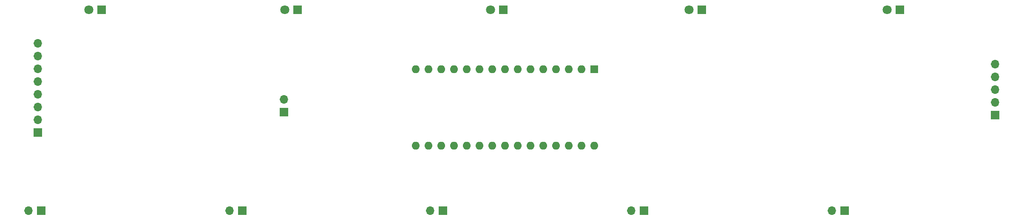
<source format=gbs>
%TF.GenerationSoftware,KiCad,Pcbnew,(6.0.0-0)*%
%TF.CreationDate,2024-09-02T12:42:36-04:00*%
%TF.ProjectId,HappySwitchV3,48617070-7953-4776-9974-636856332e6b,rev?*%
%TF.SameCoordinates,Original*%
%TF.FileFunction,Soldermask,Bot*%
%TF.FilePolarity,Negative*%
%FSLAX46Y46*%
G04 Gerber Fmt 4.6, Leading zero omitted, Abs format (unit mm)*
G04 Created by KiCad (PCBNEW (6.0.0-0)) date 2024-09-02 12:42:36*
%MOMM*%
%LPD*%
G01*
G04 APERTURE LIST*
%ADD10R,1.700000X1.700000*%
%ADD11O,1.700000X1.700000*%
%ADD12R,1.600000X1.600000*%
%ADD13O,1.600000X1.600000*%
%ADD14R,1.800000X1.800000*%
%ADD15C,1.800000*%
G04 APERTURE END LIST*
D10*
%TO.C,REF\u002A\u002A*%
X115325000Y-79350000D03*
D11*
X115325000Y-76810000D03*
%TD*%
D12*
%TO.C,U1*%
X177100000Y-70830000D03*
D13*
X144080000Y-86070000D03*
X174560000Y-70830000D03*
X146620000Y-86070000D03*
X172020000Y-70830000D03*
X149160000Y-86070000D03*
X169480000Y-70830000D03*
X151700000Y-86070000D03*
X166940000Y-70830000D03*
X154240000Y-86070000D03*
X164400000Y-70830000D03*
X156780000Y-86070000D03*
X161860000Y-70830000D03*
X159320000Y-86070000D03*
X159320000Y-70830000D03*
X161860000Y-86070000D03*
X156780000Y-70830000D03*
X164400000Y-86070000D03*
X154240000Y-70830000D03*
X166940000Y-86070000D03*
X151700000Y-70830000D03*
X169480000Y-86070000D03*
X149160000Y-70830000D03*
X172020000Y-86070000D03*
X146620000Y-70830000D03*
X174560000Y-86070000D03*
X144080000Y-70830000D03*
X177100000Y-86070000D03*
X141540000Y-70830000D03*
X141540000Y-86070000D03*
%TD*%
D14*
%TO.C,D2*%
X238000000Y-59000000D03*
D15*
X235460000Y-59000000D03*
%TD*%
D14*
%TO.C,D7*%
X118000000Y-59000000D03*
D15*
X115460000Y-59000000D03*
%TD*%
D10*
%TO.C,J2*%
X257000000Y-80000000D03*
D11*
X257000000Y-77460000D03*
X257000000Y-74920000D03*
X257000000Y-72380000D03*
X257000000Y-69840000D03*
%TD*%
D10*
%TO.C,SW3*%
X147000000Y-99000000D03*
D11*
X144460000Y-99000000D03*
%TD*%
D14*
%TO.C,D8*%
X79000000Y-59000000D03*
D15*
X76460000Y-59000000D03*
%TD*%
D10*
%TO.C,SW1*%
X227000000Y-99000000D03*
D11*
X224460000Y-99000000D03*
%TD*%
D10*
%TO.C,SW2*%
X187000000Y-99000000D03*
D11*
X184460000Y-99000000D03*
%TD*%
D14*
%TO.C,D4*%
X159000000Y-59000000D03*
D15*
X156460000Y-59000000D03*
%TD*%
D14*
%TO.C,D3*%
X198540000Y-59000000D03*
D15*
X196000000Y-59000000D03*
%TD*%
D10*
%TO.C,SW4*%
X107000000Y-99000000D03*
D11*
X104460000Y-99000000D03*
%TD*%
D10*
%TO.C,SW5*%
X67000000Y-99000000D03*
D11*
X64460000Y-99000000D03*
%TD*%
D10*
%TO.C,J1*%
X66250000Y-83475000D03*
D11*
X66250000Y-80935000D03*
X66250000Y-78395000D03*
X66250000Y-75855000D03*
X66250000Y-73315000D03*
X66250000Y-70775000D03*
X66250000Y-68235000D03*
X66250000Y-65695000D03*
%TD*%
M02*

</source>
